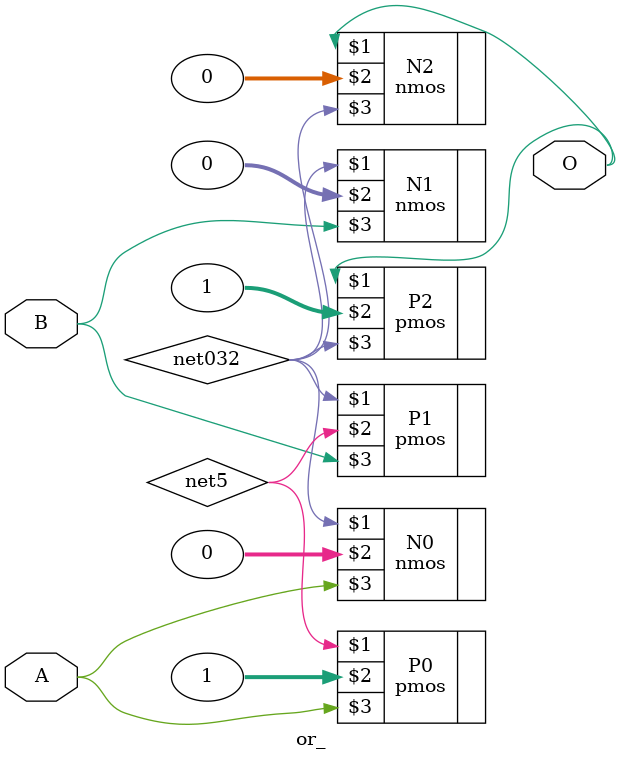
<source format=v>
`timescale 1ns / 1ns 

module or_ ( O, A, B );
output  O;

input  A, B;


specify 
    specparam CDS_LIBNAME  = "ece555_final";
    specparam CDS_CELLNAME = "or";
    specparam CDS_VIEWNAME = "schematic";
endspecify

pmos P2 ( O, 1, net032);
pmos P1 ( net032, net5, B);
pmos P0 ( net5, 1, A);
nmos N2 ( O, 0, net032);
nmos N1 ( net032, 0, B);
nmos N0 ( net032, 0, A);

endmodule

</source>
